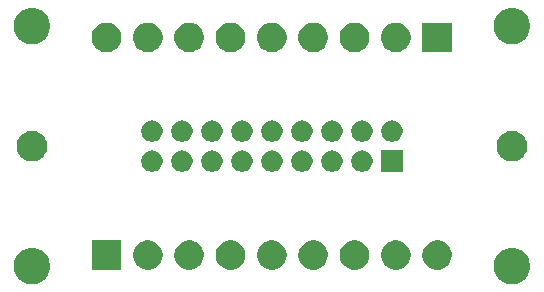
<source format=gbr>
G04 #@! TF.GenerationSoftware,KiCad,Pcbnew,5.1.5+dfsg1-2build2*
G04 #@! TF.CreationDate,2021-09-29T17:25:42-05:00*
G04 #@! TF.ProjectId,C13,4331332e-6b69-4636-9164-5f7063625858,rev?*
G04 #@! TF.SameCoordinates,Original*
G04 #@! TF.FileFunction,Soldermask,Top*
G04 #@! TF.FilePolarity,Negative*
%FSLAX46Y46*%
G04 Gerber Fmt 4.6, Leading zero omitted, Abs format (unit mm)*
G04 Created by KiCad (PCBNEW 5.1.5+dfsg1-2build2) date 2021-09-29 17:25:42*
%MOMM*%
%LPD*%
G04 APERTURE LIST*
%ADD10C,0.100000*%
G04 APERTURE END LIST*
D10*
G36*
X64752585Y-42608802D02*
G01*
X64902410Y-42638604D01*
X65184674Y-42755521D01*
X65438705Y-42925259D01*
X65654741Y-43141295D01*
X65824479Y-43395326D01*
X65889749Y-43552903D01*
X65941396Y-43677591D01*
X66001000Y-43977239D01*
X66001000Y-44282761D01*
X65979485Y-44390925D01*
X65941396Y-44582410D01*
X65824479Y-44864674D01*
X65654741Y-45118705D01*
X65438705Y-45334741D01*
X65184674Y-45504479D01*
X64902410Y-45621396D01*
X64752585Y-45651198D01*
X64602761Y-45681000D01*
X64297239Y-45681000D01*
X64147415Y-45651198D01*
X63997590Y-45621396D01*
X63715326Y-45504479D01*
X63461295Y-45334741D01*
X63245259Y-45118705D01*
X63075521Y-44864674D01*
X62958604Y-44582410D01*
X62920515Y-44390925D01*
X62899000Y-44282761D01*
X62899000Y-43977239D01*
X62958604Y-43677591D01*
X63010251Y-43552903D01*
X63075521Y-43395326D01*
X63245259Y-43141295D01*
X63461295Y-42925259D01*
X63715326Y-42755521D01*
X63997590Y-42638604D01*
X64147415Y-42608802D01*
X64297239Y-42579000D01*
X64602761Y-42579000D01*
X64752585Y-42608802D01*
G37*
G36*
X24112585Y-42608802D02*
G01*
X24262410Y-42638604D01*
X24544674Y-42755521D01*
X24798705Y-42925259D01*
X25014741Y-43141295D01*
X25184479Y-43395326D01*
X25249749Y-43552903D01*
X25301396Y-43677591D01*
X25361000Y-43977239D01*
X25361000Y-44282761D01*
X25339485Y-44390925D01*
X25301396Y-44582410D01*
X25184479Y-44864674D01*
X25014741Y-45118705D01*
X24798705Y-45334741D01*
X24544674Y-45504479D01*
X24262410Y-45621396D01*
X24112585Y-45651198D01*
X23962761Y-45681000D01*
X23657239Y-45681000D01*
X23507415Y-45651198D01*
X23357590Y-45621396D01*
X23075326Y-45504479D01*
X22821295Y-45334741D01*
X22605259Y-45118705D01*
X22435521Y-44864674D01*
X22318604Y-44582410D01*
X22280515Y-44390925D01*
X22259000Y-44282761D01*
X22259000Y-43977239D01*
X22318604Y-43677591D01*
X22370251Y-43552903D01*
X22435521Y-43395326D01*
X22605259Y-43141295D01*
X22821295Y-42925259D01*
X23075326Y-42755521D01*
X23357590Y-42638604D01*
X23507415Y-42608802D01*
X23657239Y-42579000D01*
X23962761Y-42579000D01*
X24112585Y-42608802D01*
G37*
G36*
X54994903Y-41985075D02*
G01*
X55222571Y-42079378D01*
X55427466Y-42216285D01*
X55601715Y-42390534D01*
X55601716Y-42390536D01*
X55738623Y-42595431D01*
X55832925Y-42823097D01*
X55853247Y-42925260D01*
X55881000Y-43064787D01*
X55881000Y-43311213D01*
X55832925Y-43552903D01*
X55738622Y-43780571D01*
X55601715Y-43985466D01*
X55427466Y-44159715D01*
X55222571Y-44296622D01*
X55222570Y-44296623D01*
X55222569Y-44296623D01*
X54994903Y-44390925D01*
X54753214Y-44439000D01*
X54506786Y-44439000D01*
X54265097Y-44390925D01*
X54037431Y-44296623D01*
X54037430Y-44296623D01*
X54037429Y-44296622D01*
X53832534Y-44159715D01*
X53658285Y-43985466D01*
X53521378Y-43780571D01*
X53427075Y-43552903D01*
X53379000Y-43311213D01*
X53379000Y-43064787D01*
X53406754Y-42925260D01*
X53427075Y-42823097D01*
X53521377Y-42595431D01*
X53658284Y-42390536D01*
X53658285Y-42390534D01*
X53832534Y-42216285D01*
X54037429Y-42079378D01*
X54265097Y-41985075D01*
X54506786Y-41937000D01*
X54753214Y-41937000D01*
X54994903Y-41985075D01*
G37*
G36*
X58494903Y-41985075D02*
G01*
X58722571Y-42079378D01*
X58927466Y-42216285D01*
X59101715Y-42390534D01*
X59101716Y-42390536D01*
X59238623Y-42595431D01*
X59332925Y-42823097D01*
X59353247Y-42925260D01*
X59381000Y-43064787D01*
X59381000Y-43311213D01*
X59332925Y-43552903D01*
X59238622Y-43780571D01*
X59101715Y-43985466D01*
X58927466Y-44159715D01*
X58722571Y-44296622D01*
X58722570Y-44296623D01*
X58722569Y-44296623D01*
X58494903Y-44390925D01*
X58253214Y-44439000D01*
X58006786Y-44439000D01*
X57765097Y-44390925D01*
X57537431Y-44296623D01*
X57537430Y-44296623D01*
X57537429Y-44296622D01*
X57332534Y-44159715D01*
X57158285Y-43985466D01*
X57021378Y-43780571D01*
X56927075Y-43552903D01*
X56879000Y-43311213D01*
X56879000Y-43064787D01*
X56906754Y-42925260D01*
X56927075Y-42823097D01*
X57021377Y-42595431D01*
X57158284Y-42390536D01*
X57158285Y-42390534D01*
X57332534Y-42216285D01*
X57537429Y-42079378D01*
X57765097Y-41985075D01*
X58006786Y-41937000D01*
X58253214Y-41937000D01*
X58494903Y-41985075D01*
G37*
G36*
X51494903Y-41985075D02*
G01*
X51722571Y-42079378D01*
X51927466Y-42216285D01*
X52101715Y-42390534D01*
X52101716Y-42390536D01*
X52238623Y-42595431D01*
X52332925Y-42823097D01*
X52353247Y-42925260D01*
X52381000Y-43064787D01*
X52381000Y-43311213D01*
X52332925Y-43552903D01*
X52238622Y-43780571D01*
X52101715Y-43985466D01*
X51927466Y-44159715D01*
X51722571Y-44296622D01*
X51722570Y-44296623D01*
X51722569Y-44296623D01*
X51494903Y-44390925D01*
X51253214Y-44439000D01*
X51006786Y-44439000D01*
X50765097Y-44390925D01*
X50537431Y-44296623D01*
X50537430Y-44296623D01*
X50537429Y-44296622D01*
X50332534Y-44159715D01*
X50158285Y-43985466D01*
X50021378Y-43780571D01*
X49927075Y-43552903D01*
X49879000Y-43311213D01*
X49879000Y-43064787D01*
X49906754Y-42925260D01*
X49927075Y-42823097D01*
X50021377Y-42595431D01*
X50158284Y-42390536D01*
X50158285Y-42390534D01*
X50332534Y-42216285D01*
X50537429Y-42079378D01*
X50765097Y-41985075D01*
X51006786Y-41937000D01*
X51253214Y-41937000D01*
X51494903Y-41985075D01*
G37*
G36*
X44494903Y-41985075D02*
G01*
X44722571Y-42079378D01*
X44927466Y-42216285D01*
X45101715Y-42390534D01*
X45101716Y-42390536D01*
X45238623Y-42595431D01*
X45332925Y-42823097D01*
X45353247Y-42925260D01*
X45381000Y-43064787D01*
X45381000Y-43311213D01*
X45332925Y-43552903D01*
X45238622Y-43780571D01*
X45101715Y-43985466D01*
X44927466Y-44159715D01*
X44722571Y-44296622D01*
X44722570Y-44296623D01*
X44722569Y-44296623D01*
X44494903Y-44390925D01*
X44253214Y-44439000D01*
X44006786Y-44439000D01*
X43765097Y-44390925D01*
X43537431Y-44296623D01*
X43537430Y-44296623D01*
X43537429Y-44296622D01*
X43332534Y-44159715D01*
X43158285Y-43985466D01*
X43021378Y-43780571D01*
X42927075Y-43552903D01*
X42879000Y-43311213D01*
X42879000Y-43064787D01*
X42906754Y-42925260D01*
X42927075Y-42823097D01*
X43021377Y-42595431D01*
X43158284Y-42390536D01*
X43158285Y-42390534D01*
X43332534Y-42216285D01*
X43537429Y-42079378D01*
X43765097Y-41985075D01*
X44006786Y-41937000D01*
X44253214Y-41937000D01*
X44494903Y-41985075D01*
G37*
G36*
X40994903Y-41985075D02*
G01*
X41222571Y-42079378D01*
X41427466Y-42216285D01*
X41601715Y-42390534D01*
X41601716Y-42390536D01*
X41738623Y-42595431D01*
X41832925Y-42823097D01*
X41853247Y-42925260D01*
X41881000Y-43064787D01*
X41881000Y-43311213D01*
X41832925Y-43552903D01*
X41738622Y-43780571D01*
X41601715Y-43985466D01*
X41427466Y-44159715D01*
X41222571Y-44296622D01*
X41222570Y-44296623D01*
X41222569Y-44296623D01*
X40994903Y-44390925D01*
X40753214Y-44439000D01*
X40506786Y-44439000D01*
X40265097Y-44390925D01*
X40037431Y-44296623D01*
X40037430Y-44296623D01*
X40037429Y-44296622D01*
X39832534Y-44159715D01*
X39658285Y-43985466D01*
X39521378Y-43780571D01*
X39427075Y-43552903D01*
X39379000Y-43311213D01*
X39379000Y-43064787D01*
X39406754Y-42925260D01*
X39427075Y-42823097D01*
X39521377Y-42595431D01*
X39658284Y-42390536D01*
X39658285Y-42390534D01*
X39832534Y-42216285D01*
X40037429Y-42079378D01*
X40265097Y-41985075D01*
X40506786Y-41937000D01*
X40753214Y-41937000D01*
X40994903Y-41985075D01*
G37*
G36*
X37494903Y-41985075D02*
G01*
X37722571Y-42079378D01*
X37927466Y-42216285D01*
X38101715Y-42390534D01*
X38101716Y-42390536D01*
X38238623Y-42595431D01*
X38332925Y-42823097D01*
X38353247Y-42925260D01*
X38381000Y-43064787D01*
X38381000Y-43311213D01*
X38332925Y-43552903D01*
X38238622Y-43780571D01*
X38101715Y-43985466D01*
X37927466Y-44159715D01*
X37722571Y-44296622D01*
X37722570Y-44296623D01*
X37722569Y-44296623D01*
X37494903Y-44390925D01*
X37253214Y-44439000D01*
X37006786Y-44439000D01*
X36765097Y-44390925D01*
X36537431Y-44296623D01*
X36537430Y-44296623D01*
X36537429Y-44296622D01*
X36332534Y-44159715D01*
X36158285Y-43985466D01*
X36021378Y-43780571D01*
X35927075Y-43552903D01*
X35879000Y-43311213D01*
X35879000Y-43064787D01*
X35906754Y-42925260D01*
X35927075Y-42823097D01*
X36021377Y-42595431D01*
X36158284Y-42390536D01*
X36158285Y-42390534D01*
X36332534Y-42216285D01*
X36537429Y-42079378D01*
X36765097Y-41985075D01*
X37006786Y-41937000D01*
X37253214Y-41937000D01*
X37494903Y-41985075D01*
G37*
G36*
X31381000Y-44439000D02*
G01*
X28879000Y-44439000D01*
X28879000Y-41937000D01*
X31381000Y-41937000D01*
X31381000Y-44439000D01*
G37*
G36*
X33994903Y-41985075D02*
G01*
X34222571Y-42079378D01*
X34427466Y-42216285D01*
X34601715Y-42390534D01*
X34601716Y-42390536D01*
X34738623Y-42595431D01*
X34832925Y-42823097D01*
X34853247Y-42925260D01*
X34881000Y-43064787D01*
X34881000Y-43311213D01*
X34832925Y-43552903D01*
X34738622Y-43780571D01*
X34601715Y-43985466D01*
X34427466Y-44159715D01*
X34222571Y-44296622D01*
X34222570Y-44296623D01*
X34222569Y-44296623D01*
X33994903Y-44390925D01*
X33753214Y-44439000D01*
X33506786Y-44439000D01*
X33265097Y-44390925D01*
X33037431Y-44296623D01*
X33037430Y-44296623D01*
X33037429Y-44296622D01*
X32832534Y-44159715D01*
X32658285Y-43985466D01*
X32521378Y-43780571D01*
X32427075Y-43552903D01*
X32379000Y-43311213D01*
X32379000Y-43064787D01*
X32406754Y-42925260D01*
X32427075Y-42823097D01*
X32521377Y-42595431D01*
X32658284Y-42390536D01*
X32658285Y-42390534D01*
X32832534Y-42216285D01*
X33037429Y-42079378D01*
X33265097Y-41985075D01*
X33506786Y-41937000D01*
X33753214Y-41937000D01*
X33994903Y-41985075D01*
G37*
G36*
X47994903Y-41985075D02*
G01*
X48222571Y-42079378D01*
X48427466Y-42216285D01*
X48601715Y-42390534D01*
X48601716Y-42390536D01*
X48738623Y-42595431D01*
X48832925Y-42823097D01*
X48853247Y-42925260D01*
X48881000Y-43064787D01*
X48881000Y-43311213D01*
X48832925Y-43552903D01*
X48738622Y-43780571D01*
X48601715Y-43985466D01*
X48427466Y-44159715D01*
X48222571Y-44296622D01*
X48222570Y-44296623D01*
X48222569Y-44296623D01*
X47994903Y-44390925D01*
X47753214Y-44439000D01*
X47506786Y-44439000D01*
X47265097Y-44390925D01*
X47037431Y-44296623D01*
X47037430Y-44296623D01*
X47037429Y-44296622D01*
X46832534Y-44159715D01*
X46658285Y-43985466D01*
X46521378Y-43780571D01*
X46427075Y-43552903D01*
X46379000Y-43311213D01*
X46379000Y-43064787D01*
X46406754Y-42925260D01*
X46427075Y-42823097D01*
X46521377Y-42595431D01*
X46658284Y-42390536D01*
X46658285Y-42390534D01*
X46832534Y-42216285D01*
X47037429Y-42079378D01*
X47265097Y-41985075D01*
X47506786Y-41937000D01*
X47753214Y-41937000D01*
X47994903Y-41985075D01*
G37*
G36*
X34083512Y-34343927D02*
G01*
X34232812Y-34373624D01*
X34396784Y-34441544D01*
X34544354Y-34540147D01*
X34669853Y-34665646D01*
X34768456Y-34813216D01*
X34836376Y-34977188D01*
X34871000Y-35151259D01*
X34871000Y-35328741D01*
X34836376Y-35502812D01*
X34768456Y-35666784D01*
X34669853Y-35814354D01*
X34544354Y-35939853D01*
X34396784Y-36038456D01*
X34232812Y-36106376D01*
X34083512Y-36136073D01*
X34058742Y-36141000D01*
X33881258Y-36141000D01*
X33856488Y-36136073D01*
X33707188Y-36106376D01*
X33543216Y-36038456D01*
X33395646Y-35939853D01*
X33270147Y-35814354D01*
X33171544Y-35666784D01*
X33103624Y-35502812D01*
X33069000Y-35328741D01*
X33069000Y-35151259D01*
X33103624Y-34977188D01*
X33171544Y-34813216D01*
X33270147Y-34665646D01*
X33395646Y-34540147D01*
X33543216Y-34441544D01*
X33707188Y-34373624D01*
X33856488Y-34343927D01*
X33881258Y-34339000D01*
X34058742Y-34339000D01*
X34083512Y-34343927D01*
G37*
G36*
X55191000Y-36141000D02*
G01*
X53389000Y-36141000D01*
X53389000Y-34339000D01*
X55191000Y-34339000D01*
X55191000Y-36141000D01*
G37*
G36*
X51863512Y-34343927D02*
G01*
X52012812Y-34373624D01*
X52176784Y-34441544D01*
X52324354Y-34540147D01*
X52449853Y-34665646D01*
X52548456Y-34813216D01*
X52616376Y-34977188D01*
X52651000Y-35151259D01*
X52651000Y-35328741D01*
X52616376Y-35502812D01*
X52548456Y-35666784D01*
X52449853Y-35814354D01*
X52324354Y-35939853D01*
X52176784Y-36038456D01*
X52012812Y-36106376D01*
X51863512Y-36136073D01*
X51838742Y-36141000D01*
X51661258Y-36141000D01*
X51636488Y-36136073D01*
X51487188Y-36106376D01*
X51323216Y-36038456D01*
X51175646Y-35939853D01*
X51050147Y-35814354D01*
X50951544Y-35666784D01*
X50883624Y-35502812D01*
X50849000Y-35328741D01*
X50849000Y-35151259D01*
X50883624Y-34977188D01*
X50951544Y-34813216D01*
X51050147Y-34665646D01*
X51175646Y-34540147D01*
X51323216Y-34441544D01*
X51487188Y-34373624D01*
X51636488Y-34343927D01*
X51661258Y-34339000D01*
X51838742Y-34339000D01*
X51863512Y-34343927D01*
G37*
G36*
X49323512Y-34343927D02*
G01*
X49472812Y-34373624D01*
X49636784Y-34441544D01*
X49784354Y-34540147D01*
X49909853Y-34665646D01*
X50008456Y-34813216D01*
X50076376Y-34977188D01*
X50111000Y-35151259D01*
X50111000Y-35328741D01*
X50076376Y-35502812D01*
X50008456Y-35666784D01*
X49909853Y-35814354D01*
X49784354Y-35939853D01*
X49636784Y-36038456D01*
X49472812Y-36106376D01*
X49323512Y-36136073D01*
X49298742Y-36141000D01*
X49121258Y-36141000D01*
X49096488Y-36136073D01*
X48947188Y-36106376D01*
X48783216Y-36038456D01*
X48635646Y-35939853D01*
X48510147Y-35814354D01*
X48411544Y-35666784D01*
X48343624Y-35502812D01*
X48309000Y-35328741D01*
X48309000Y-35151259D01*
X48343624Y-34977188D01*
X48411544Y-34813216D01*
X48510147Y-34665646D01*
X48635646Y-34540147D01*
X48783216Y-34441544D01*
X48947188Y-34373624D01*
X49096488Y-34343927D01*
X49121258Y-34339000D01*
X49298742Y-34339000D01*
X49323512Y-34343927D01*
G37*
G36*
X46783512Y-34343927D02*
G01*
X46932812Y-34373624D01*
X47096784Y-34441544D01*
X47244354Y-34540147D01*
X47369853Y-34665646D01*
X47468456Y-34813216D01*
X47536376Y-34977188D01*
X47571000Y-35151259D01*
X47571000Y-35328741D01*
X47536376Y-35502812D01*
X47468456Y-35666784D01*
X47369853Y-35814354D01*
X47244354Y-35939853D01*
X47096784Y-36038456D01*
X46932812Y-36106376D01*
X46783512Y-36136073D01*
X46758742Y-36141000D01*
X46581258Y-36141000D01*
X46556488Y-36136073D01*
X46407188Y-36106376D01*
X46243216Y-36038456D01*
X46095646Y-35939853D01*
X45970147Y-35814354D01*
X45871544Y-35666784D01*
X45803624Y-35502812D01*
X45769000Y-35328741D01*
X45769000Y-35151259D01*
X45803624Y-34977188D01*
X45871544Y-34813216D01*
X45970147Y-34665646D01*
X46095646Y-34540147D01*
X46243216Y-34441544D01*
X46407188Y-34373624D01*
X46556488Y-34343927D01*
X46581258Y-34339000D01*
X46758742Y-34339000D01*
X46783512Y-34343927D01*
G37*
G36*
X44243512Y-34343927D02*
G01*
X44392812Y-34373624D01*
X44556784Y-34441544D01*
X44704354Y-34540147D01*
X44829853Y-34665646D01*
X44928456Y-34813216D01*
X44996376Y-34977188D01*
X45031000Y-35151259D01*
X45031000Y-35328741D01*
X44996376Y-35502812D01*
X44928456Y-35666784D01*
X44829853Y-35814354D01*
X44704354Y-35939853D01*
X44556784Y-36038456D01*
X44392812Y-36106376D01*
X44243512Y-36136073D01*
X44218742Y-36141000D01*
X44041258Y-36141000D01*
X44016488Y-36136073D01*
X43867188Y-36106376D01*
X43703216Y-36038456D01*
X43555646Y-35939853D01*
X43430147Y-35814354D01*
X43331544Y-35666784D01*
X43263624Y-35502812D01*
X43229000Y-35328741D01*
X43229000Y-35151259D01*
X43263624Y-34977188D01*
X43331544Y-34813216D01*
X43430147Y-34665646D01*
X43555646Y-34540147D01*
X43703216Y-34441544D01*
X43867188Y-34373624D01*
X44016488Y-34343927D01*
X44041258Y-34339000D01*
X44218742Y-34339000D01*
X44243512Y-34343927D01*
G37*
G36*
X41703512Y-34343927D02*
G01*
X41852812Y-34373624D01*
X42016784Y-34441544D01*
X42164354Y-34540147D01*
X42289853Y-34665646D01*
X42388456Y-34813216D01*
X42456376Y-34977188D01*
X42491000Y-35151259D01*
X42491000Y-35328741D01*
X42456376Y-35502812D01*
X42388456Y-35666784D01*
X42289853Y-35814354D01*
X42164354Y-35939853D01*
X42016784Y-36038456D01*
X41852812Y-36106376D01*
X41703512Y-36136073D01*
X41678742Y-36141000D01*
X41501258Y-36141000D01*
X41476488Y-36136073D01*
X41327188Y-36106376D01*
X41163216Y-36038456D01*
X41015646Y-35939853D01*
X40890147Y-35814354D01*
X40791544Y-35666784D01*
X40723624Y-35502812D01*
X40689000Y-35328741D01*
X40689000Y-35151259D01*
X40723624Y-34977188D01*
X40791544Y-34813216D01*
X40890147Y-34665646D01*
X41015646Y-34540147D01*
X41163216Y-34441544D01*
X41327188Y-34373624D01*
X41476488Y-34343927D01*
X41501258Y-34339000D01*
X41678742Y-34339000D01*
X41703512Y-34343927D01*
G37*
G36*
X39163512Y-34343927D02*
G01*
X39312812Y-34373624D01*
X39476784Y-34441544D01*
X39624354Y-34540147D01*
X39749853Y-34665646D01*
X39848456Y-34813216D01*
X39916376Y-34977188D01*
X39951000Y-35151259D01*
X39951000Y-35328741D01*
X39916376Y-35502812D01*
X39848456Y-35666784D01*
X39749853Y-35814354D01*
X39624354Y-35939853D01*
X39476784Y-36038456D01*
X39312812Y-36106376D01*
X39163512Y-36136073D01*
X39138742Y-36141000D01*
X38961258Y-36141000D01*
X38936488Y-36136073D01*
X38787188Y-36106376D01*
X38623216Y-36038456D01*
X38475646Y-35939853D01*
X38350147Y-35814354D01*
X38251544Y-35666784D01*
X38183624Y-35502812D01*
X38149000Y-35328741D01*
X38149000Y-35151259D01*
X38183624Y-34977188D01*
X38251544Y-34813216D01*
X38350147Y-34665646D01*
X38475646Y-34540147D01*
X38623216Y-34441544D01*
X38787188Y-34373624D01*
X38936488Y-34343927D01*
X38961258Y-34339000D01*
X39138742Y-34339000D01*
X39163512Y-34343927D01*
G37*
G36*
X36623512Y-34343927D02*
G01*
X36772812Y-34373624D01*
X36936784Y-34441544D01*
X37084354Y-34540147D01*
X37209853Y-34665646D01*
X37308456Y-34813216D01*
X37376376Y-34977188D01*
X37411000Y-35151259D01*
X37411000Y-35328741D01*
X37376376Y-35502812D01*
X37308456Y-35666784D01*
X37209853Y-35814354D01*
X37084354Y-35939853D01*
X36936784Y-36038456D01*
X36772812Y-36106376D01*
X36623512Y-36136073D01*
X36598742Y-36141000D01*
X36421258Y-36141000D01*
X36396488Y-36136073D01*
X36247188Y-36106376D01*
X36083216Y-36038456D01*
X35935646Y-35939853D01*
X35810147Y-35814354D01*
X35711544Y-35666784D01*
X35643624Y-35502812D01*
X35609000Y-35328741D01*
X35609000Y-35151259D01*
X35643624Y-34977188D01*
X35711544Y-34813216D01*
X35810147Y-34665646D01*
X35935646Y-34540147D01*
X36083216Y-34441544D01*
X36247188Y-34373624D01*
X36396488Y-34343927D01*
X36421258Y-34339000D01*
X36598742Y-34339000D01*
X36623512Y-34343927D01*
G37*
G36*
X64829393Y-32719304D02*
G01*
X65066101Y-32817352D01*
X65066103Y-32817353D01*
X65279135Y-32959696D01*
X65460304Y-33140865D01*
X65549498Y-33274354D01*
X65602648Y-33353899D01*
X65700696Y-33590607D01*
X65750680Y-33841893D01*
X65750680Y-34098107D01*
X65700696Y-34349393D01*
X65621683Y-34540147D01*
X65602647Y-34586103D01*
X65460304Y-34799135D01*
X65279135Y-34980304D01*
X65066103Y-35122647D01*
X65066102Y-35122648D01*
X65066101Y-35122648D01*
X64829393Y-35220696D01*
X64578107Y-35270680D01*
X64321893Y-35270680D01*
X64070607Y-35220696D01*
X63833899Y-35122648D01*
X63833898Y-35122648D01*
X63833897Y-35122647D01*
X63620865Y-34980304D01*
X63439696Y-34799135D01*
X63297353Y-34586103D01*
X63278317Y-34540147D01*
X63199304Y-34349393D01*
X63149320Y-34098107D01*
X63149320Y-33841893D01*
X63199304Y-33590607D01*
X63297352Y-33353899D01*
X63350502Y-33274354D01*
X63439696Y-33140865D01*
X63620865Y-32959696D01*
X63833897Y-32817353D01*
X63833899Y-32817352D01*
X64070607Y-32719304D01*
X64321893Y-32669320D01*
X64578107Y-32669320D01*
X64829393Y-32719304D01*
G37*
G36*
X24189393Y-32719304D02*
G01*
X24426101Y-32817352D01*
X24426103Y-32817353D01*
X24639135Y-32959696D01*
X24820304Y-33140865D01*
X24909498Y-33274354D01*
X24962648Y-33353899D01*
X25060696Y-33590607D01*
X25110680Y-33841893D01*
X25110680Y-34098107D01*
X25060696Y-34349393D01*
X24981683Y-34540147D01*
X24962647Y-34586103D01*
X24820304Y-34799135D01*
X24639135Y-34980304D01*
X24426103Y-35122647D01*
X24426102Y-35122648D01*
X24426101Y-35122648D01*
X24189393Y-35220696D01*
X23938107Y-35270680D01*
X23681893Y-35270680D01*
X23430607Y-35220696D01*
X23193899Y-35122648D01*
X23193898Y-35122648D01*
X23193897Y-35122647D01*
X22980865Y-34980304D01*
X22799696Y-34799135D01*
X22657353Y-34586103D01*
X22638317Y-34540147D01*
X22559304Y-34349393D01*
X22509320Y-34098107D01*
X22509320Y-33841893D01*
X22559304Y-33590607D01*
X22657352Y-33353899D01*
X22710502Y-33274354D01*
X22799696Y-33140865D01*
X22980865Y-32959696D01*
X23193897Y-32817353D01*
X23193899Y-32817352D01*
X23430607Y-32719304D01*
X23681893Y-32669320D01*
X23938107Y-32669320D01*
X24189393Y-32719304D01*
G37*
G36*
X34083512Y-31803927D02*
G01*
X34232812Y-31833624D01*
X34396784Y-31901544D01*
X34544354Y-32000147D01*
X34669853Y-32125646D01*
X34768456Y-32273216D01*
X34836376Y-32437188D01*
X34871000Y-32611259D01*
X34871000Y-32788741D01*
X34836376Y-32962812D01*
X34768456Y-33126784D01*
X34669853Y-33274354D01*
X34544354Y-33399853D01*
X34396784Y-33498456D01*
X34232812Y-33566376D01*
X34083512Y-33596073D01*
X34058742Y-33601000D01*
X33881258Y-33601000D01*
X33856488Y-33596073D01*
X33707188Y-33566376D01*
X33543216Y-33498456D01*
X33395646Y-33399853D01*
X33270147Y-33274354D01*
X33171544Y-33126784D01*
X33103624Y-32962812D01*
X33069000Y-32788741D01*
X33069000Y-32611259D01*
X33103624Y-32437188D01*
X33171544Y-32273216D01*
X33270147Y-32125646D01*
X33395646Y-32000147D01*
X33543216Y-31901544D01*
X33707188Y-31833624D01*
X33856488Y-31803927D01*
X33881258Y-31799000D01*
X34058742Y-31799000D01*
X34083512Y-31803927D01*
G37*
G36*
X54403512Y-31803927D02*
G01*
X54552812Y-31833624D01*
X54716784Y-31901544D01*
X54864354Y-32000147D01*
X54989853Y-32125646D01*
X55088456Y-32273216D01*
X55156376Y-32437188D01*
X55191000Y-32611259D01*
X55191000Y-32788741D01*
X55156376Y-32962812D01*
X55088456Y-33126784D01*
X54989853Y-33274354D01*
X54864354Y-33399853D01*
X54716784Y-33498456D01*
X54552812Y-33566376D01*
X54403512Y-33596073D01*
X54378742Y-33601000D01*
X54201258Y-33601000D01*
X54176488Y-33596073D01*
X54027188Y-33566376D01*
X53863216Y-33498456D01*
X53715646Y-33399853D01*
X53590147Y-33274354D01*
X53491544Y-33126784D01*
X53423624Y-32962812D01*
X53389000Y-32788741D01*
X53389000Y-32611259D01*
X53423624Y-32437188D01*
X53491544Y-32273216D01*
X53590147Y-32125646D01*
X53715646Y-32000147D01*
X53863216Y-31901544D01*
X54027188Y-31833624D01*
X54176488Y-31803927D01*
X54201258Y-31799000D01*
X54378742Y-31799000D01*
X54403512Y-31803927D01*
G37*
G36*
X36623512Y-31803927D02*
G01*
X36772812Y-31833624D01*
X36936784Y-31901544D01*
X37084354Y-32000147D01*
X37209853Y-32125646D01*
X37308456Y-32273216D01*
X37376376Y-32437188D01*
X37411000Y-32611259D01*
X37411000Y-32788741D01*
X37376376Y-32962812D01*
X37308456Y-33126784D01*
X37209853Y-33274354D01*
X37084354Y-33399853D01*
X36936784Y-33498456D01*
X36772812Y-33566376D01*
X36623512Y-33596073D01*
X36598742Y-33601000D01*
X36421258Y-33601000D01*
X36396488Y-33596073D01*
X36247188Y-33566376D01*
X36083216Y-33498456D01*
X35935646Y-33399853D01*
X35810147Y-33274354D01*
X35711544Y-33126784D01*
X35643624Y-32962812D01*
X35609000Y-32788741D01*
X35609000Y-32611259D01*
X35643624Y-32437188D01*
X35711544Y-32273216D01*
X35810147Y-32125646D01*
X35935646Y-32000147D01*
X36083216Y-31901544D01*
X36247188Y-31833624D01*
X36396488Y-31803927D01*
X36421258Y-31799000D01*
X36598742Y-31799000D01*
X36623512Y-31803927D01*
G37*
G36*
X39163512Y-31803927D02*
G01*
X39312812Y-31833624D01*
X39476784Y-31901544D01*
X39624354Y-32000147D01*
X39749853Y-32125646D01*
X39848456Y-32273216D01*
X39916376Y-32437188D01*
X39951000Y-32611259D01*
X39951000Y-32788741D01*
X39916376Y-32962812D01*
X39848456Y-33126784D01*
X39749853Y-33274354D01*
X39624354Y-33399853D01*
X39476784Y-33498456D01*
X39312812Y-33566376D01*
X39163512Y-33596073D01*
X39138742Y-33601000D01*
X38961258Y-33601000D01*
X38936488Y-33596073D01*
X38787188Y-33566376D01*
X38623216Y-33498456D01*
X38475646Y-33399853D01*
X38350147Y-33274354D01*
X38251544Y-33126784D01*
X38183624Y-32962812D01*
X38149000Y-32788741D01*
X38149000Y-32611259D01*
X38183624Y-32437188D01*
X38251544Y-32273216D01*
X38350147Y-32125646D01*
X38475646Y-32000147D01*
X38623216Y-31901544D01*
X38787188Y-31833624D01*
X38936488Y-31803927D01*
X38961258Y-31799000D01*
X39138742Y-31799000D01*
X39163512Y-31803927D01*
G37*
G36*
X41703512Y-31803927D02*
G01*
X41852812Y-31833624D01*
X42016784Y-31901544D01*
X42164354Y-32000147D01*
X42289853Y-32125646D01*
X42388456Y-32273216D01*
X42456376Y-32437188D01*
X42491000Y-32611259D01*
X42491000Y-32788741D01*
X42456376Y-32962812D01*
X42388456Y-33126784D01*
X42289853Y-33274354D01*
X42164354Y-33399853D01*
X42016784Y-33498456D01*
X41852812Y-33566376D01*
X41703512Y-33596073D01*
X41678742Y-33601000D01*
X41501258Y-33601000D01*
X41476488Y-33596073D01*
X41327188Y-33566376D01*
X41163216Y-33498456D01*
X41015646Y-33399853D01*
X40890147Y-33274354D01*
X40791544Y-33126784D01*
X40723624Y-32962812D01*
X40689000Y-32788741D01*
X40689000Y-32611259D01*
X40723624Y-32437188D01*
X40791544Y-32273216D01*
X40890147Y-32125646D01*
X41015646Y-32000147D01*
X41163216Y-31901544D01*
X41327188Y-31833624D01*
X41476488Y-31803927D01*
X41501258Y-31799000D01*
X41678742Y-31799000D01*
X41703512Y-31803927D01*
G37*
G36*
X51863512Y-31803927D02*
G01*
X52012812Y-31833624D01*
X52176784Y-31901544D01*
X52324354Y-32000147D01*
X52449853Y-32125646D01*
X52548456Y-32273216D01*
X52616376Y-32437188D01*
X52651000Y-32611259D01*
X52651000Y-32788741D01*
X52616376Y-32962812D01*
X52548456Y-33126784D01*
X52449853Y-33274354D01*
X52324354Y-33399853D01*
X52176784Y-33498456D01*
X52012812Y-33566376D01*
X51863512Y-33596073D01*
X51838742Y-33601000D01*
X51661258Y-33601000D01*
X51636488Y-33596073D01*
X51487188Y-33566376D01*
X51323216Y-33498456D01*
X51175646Y-33399853D01*
X51050147Y-33274354D01*
X50951544Y-33126784D01*
X50883624Y-32962812D01*
X50849000Y-32788741D01*
X50849000Y-32611259D01*
X50883624Y-32437188D01*
X50951544Y-32273216D01*
X51050147Y-32125646D01*
X51175646Y-32000147D01*
X51323216Y-31901544D01*
X51487188Y-31833624D01*
X51636488Y-31803927D01*
X51661258Y-31799000D01*
X51838742Y-31799000D01*
X51863512Y-31803927D01*
G37*
G36*
X44243512Y-31803927D02*
G01*
X44392812Y-31833624D01*
X44556784Y-31901544D01*
X44704354Y-32000147D01*
X44829853Y-32125646D01*
X44928456Y-32273216D01*
X44996376Y-32437188D01*
X45031000Y-32611259D01*
X45031000Y-32788741D01*
X44996376Y-32962812D01*
X44928456Y-33126784D01*
X44829853Y-33274354D01*
X44704354Y-33399853D01*
X44556784Y-33498456D01*
X44392812Y-33566376D01*
X44243512Y-33596073D01*
X44218742Y-33601000D01*
X44041258Y-33601000D01*
X44016488Y-33596073D01*
X43867188Y-33566376D01*
X43703216Y-33498456D01*
X43555646Y-33399853D01*
X43430147Y-33274354D01*
X43331544Y-33126784D01*
X43263624Y-32962812D01*
X43229000Y-32788741D01*
X43229000Y-32611259D01*
X43263624Y-32437188D01*
X43331544Y-32273216D01*
X43430147Y-32125646D01*
X43555646Y-32000147D01*
X43703216Y-31901544D01*
X43867188Y-31833624D01*
X44016488Y-31803927D01*
X44041258Y-31799000D01*
X44218742Y-31799000D01*
X44243512Y-31803927D01*
G37*
G36*
X49323512Y-31803927D02*
G01*
X49472812Y-31833624D01*
X49636784Y-31901544D01*
X49784354Y-32000147D01*
X49909853Y-32125646D01*
X50008456Y-32273216D01*
X50076376Y-32437188D01*
X50111000Y-32611259D01*
X50111000Y-32788741D01*
X50076376Y-32962812D01*
X50008456Y-33126784D01*
X49909853Y-33274354D01*
X49784354Y-33399853D01*
X49636784Y-33498456D01*
X49472812Y-33566376D01*
X49323512Y-33596073D01*
X49298742Y-33601000D01*
X49121258Y-33601000D01*
X49096488Y-33596073D01*
X48947188Y-33566376D01*
X48783216Y-33498456D01*
X48635646Y-33399853D01*
X48510147Y-33274354D01*
X48411544Y-33126784D01*
X48343624Y-32962812D01*
X48309000Y-32788741D01*
X48309000Y-32611259D01*
X48343624Y-32437188D01*
X48411544Y-32273216D01*
X48510147Y-32125646D01*
X48635646Y-32000147D01*
X48783216Y-31901544D01*
X48947188Y-31833624D01*
X49096488Y-31803927D01*
X49121258Y-31799000D01*
X49298742Y-31799000D01*
X49323512Y-31803927D01*
G37*
G36*
X46783512Y-31803927D02*
G01*
X46932812Y-31833624D01*
X47096784Y-31901544D01*
X47244354Y-32000147D01*
X47369853Y-32125646D01*
X47468456Y-32273216D01*
X47536376Y-32437188D01*
X47571000Y-32611259D01*
X47571000Y-32788741D01*
X47536376Y-32962812D01*
X47468456Y-33126784D01*
X47369853Y-33274354D01*
X47244354Y-33399853D01*
X47096784Y-33498456D01*
X46932812Y-33566376D01*
X46783512Y-33596073D01*
X46758742Y-33601000D01*
X46581258Y-33601000D01*
X46556488Y-33596073D01*
X46407188Y-33566376D01*
X46243216Y-33498456D01*
X46095646Y-33399853D01*
X45970147Y-33274354D01*
X45871544Y-33126784D01*
X45803624Y-32962812D01*
X45769000Y-32788741D01*
X45769000Y-32611259D01*
X45803624Y-32437188D01*
X45871544Y-32273216D01*
X45970147Y-32125646D01*
X46095646Y-32000147D01*
X46243216Y-31901544D01*
X46407188Y-31833624D01*
X46556488Y-31803927D01*
X46581258Y-31799000D01*
X46758742Y-31799000D01*
X46783512Y-31803927D01*
G37*
G36*
X30494903Y-23554075D02*
G01*
X30722571Y-23648378D01*
X30927466Y-23785285D01*
X31101715Y-23959534D01*
X31238622Y-24164429D01*
X31332925Y-24392097D01*
X31381000Y-24633787D01*
X31381000Y-24880213D01*
X31332925Y-25121903D01*
X31238622Y-25349571D01*
X31101715Y-25554466D01*
X30927466Y-25728715D01*
X30722571Y-25865622D01*
X30722570Y-25865623D01*
X30722569Y-25865623D01*
X30494903Y-25959925D01*
X30253214Y-26008000D01*
X30006786Y-26008000D01*
X29765097Y-25959925D01*
X29537431Y-25865623D01*
X29537430Y-25865623D01*
X29537429Y-25865622D01*
X29332534Y-25728715D01*
X29158285Y-25554466D01*
X29021378Y-25349571D01*
X28927075Y-25121903D01*
X28879000Y-24880213D01*
X28879000Y-24633787D01*
X28927075Y-24392097D01*
X29021378Y-24164429D01*
X29158285Y-23959534D01*
X29332534Y-23785285D01*
X29537429Y-23648378D01*
X29765097Y-23554075D01*
X30006786Y-23506000D01*
X30253214Y-23506000D01*
X30494903Y-23554075D01*
G37*
G36*
X33994903Y-23554075D02*
G01*
X34222571Y-23648378D01*
X34427466Y-23785285D01*
X34601715Y-23959534D01*
X34738622Y-24164429D01*
X34832925Y-24392097D01*
X34881000Y-24633787D01*
X34881000Y-24880213D01*
X34832925Y-25121903D01*
X34738622Y-25349571D01*
X34601715Y-25554466D01*
X34427466Y-25728715D01*
X34222571Y-25865622D01*
X34222570Y-25865623D01*
X34222569Y-25865623D01*
X33994903Y-25959925D01*
X33753214Y-26008000D01*
X33506786Y-26008000D01*
X33265097Y-25959925D01*
X33037431Y-25865623D01*
X33037430Y-25865623D01*
X33037429Y-25865622D01*
X32832534Y-25728715D01*
X32658285Y-25554466D01*
X32521378Y-25349571D01*
X32427075Y-25121903D01*
X32379000Y-24880213D01*
X32379000Y-24633787D01*
X32427075Y-24392097D01*
X32521378Y-24164429D01*
X32658285Y-23959534D01*
X32832534Y-23785285D01*
X33037429Y-23648378D01*
X33265097Y-23554075D01*
X33506786Y-23506000D01*
X33753214Y-23506000D01*
X33994903Y-23554075D01*
G37*
G36*
X37494903Y-23554075D02*
G01*
X37722571Y-23648378D01*
X37927466Y-23785285D01*
X38101715Y-23959534D01*
X38238622Y-24164429D01*
X38332925Y-24392097D01*
X38381000Y-24633787D01*
X38381000Y-24880213D01*
X38332925Y-25121903D01*
X38238622Y-25349571D01*
X38101715Y-25554466D01*
X37927466Y-25728715D01*
X37722571Y-25865622D01*
X37722570Y-25865623D01*
X37722569Y-25865623D01*
X37494903Y-25959925D01*
X37253214Y-26008000D01*
X37006786Y-26008000D01*
X36765097Y-25959925D01*
X36537431Y-25865623D01*
X36537430Y-25865623D01*
X36537429Y-25865622D01*
X36332534Y-25728715D01*
X36158285Y-25554466D01*
X36021378Y-25349571D01*
X35927075Y-25121903D01*
X35879000Y-24880213D01*
X35879000Y-24633787D01*
X35927075Y-24392097D01*
X36021378Y-24164429D01*
X36158285Y-23959534D01*
X36332534Y-23785285D01*
X36537429Y-23648378D01*
X36765097Y-23554075D01*
X37006786Y-23506000D01*
X37253214Y-23506000D01*
X37494903Y-23554075D01*
G37*
G36*
X40994903Y-23554075D02*
G01*
X41222571Y-23648378D01*
X41427466Y-23785285D01*
X41601715Y-23959534D01*
X41738622Y-24164429D01*
X41832925Y-24392097D01*
X41881000Y-24633787D01*
X41881000Y-24880213D01*
X41832925Y-25121903D01*
X41738622Y-25349571D01*
X41601715Y-25554466D01*
X41427466Y-25728715D01*
X41222571Y-25865622D01*
X41222570Y-25865623D01*
X41222569Y-25865623D01*
X40994903Y-25959925D01*
X40753214Y-26008000D01*
X40506786Y-26008000D01*
X40265097Y-25959925D01*
X40037431Y-25865623D01*
X40037430Y-25865623D01*
X40037429Y-25865622D01*
X39832534Y-25728715D01*
X39658285Y-25554466D01*
X39521378Y-25349571D01*
X39427075Y-25121903D01*
X39379000Y-24880213D01*
X39379000Y-24633787D01*
X39427075Y-24392097D01*
X39521378Y-24164429D01*
X39658285Y-23959534D01*
X39832534Y-23785285D01*
X40037429Y-23648378D01*
X40265097Y-23554075D01*
X40506786Y-23506000D01*
X40753214Y-23506000D01*
X40994903Y-23554075D01*
G37*
G36*
X44494903Y-23554075D02*
G01*
X44722571Y-23648378D01*
X44927466Y-23785285D01*
X45101715Y-23959534D01*
X45238622Y-24164429D01*
X45332925Y-24392097D01*
X45381000Y-24633787D01*
X45381000Y-24880213D01*
X45332925Y-25121903D01*
X45238622Y-25349571D01*
X45101715Y-25554466D01*
X44927466Y-25728715D01*
X44722571Y-25865622D01*
X44722570Y-25865623D01*
X44722569Y-25865623D01*
X44494903Y-25959925D01*
X44253214Y-26008000D01*
X44006786Y-26008000D01*
X43765097Y-25959925D01*
X43537431Y-25865623D01*
X43537430Y-25865623D01*
X43537429Y-25865622D01*
X43332534Y-25728715D01*
X43158285Y-25554466D01*
X43021378Y-25349571D01*
X42927075Y-25121903D01*
X42879000Y-24880213D01*
X42879000Y-24633787D01*
X42927075Y-24392097D01*
X43021378Y-24164429D01*
X43158285Y-23959534D01*
X43332534Y-23785285D01*
X43537429Y-23648378D01*
X43765097Y-23554075D01*
X44006786Y-23506000D01*
X44253214Y-23506000D01*
X44494903Y-23554075D01*
G37*
G36*
X47994903Y-23554075D02*
G01*
X48222571Y-23648378D01*
X48427466Y-23785285D01*
X48601715Y-23959534D01*
X48738622Y-24164429D01*
X48832925Y-24392097D01*
X48881000Y-24633787D01*
X48881000Y-24880213D01*
X48832925Y-25121903D01*
X48738622Y-25349571D01*
X48601715Y-25554466D01*
X48427466Y-25728715D01*
X48222571Y-25865622D01*
X48222570Y-25865623D01*
X48222569Y-25865623D01*
X47994903Y-25959925D01*
X47753214Y-26008000D01*
X47506786Y-26008000D01*
X47265097Y-25959925D01*
X47037431Y-25865623D01*
X47037430Y-25865623D01*
X47037429Y-25865622D01*
X46832534Y-25728715D01*
X46658285Y-25554466D01*
X46521378Y-25349571D01*
X46427075Y-25121903D01*
X46379000Y-24880213D01*
X46379000Y-24633787D01*
X46427075Y-24392097D01*
X46521378Y-24164429D01*
X46658285Y-23959534D01*
X46832534Y-23785285D01*
X47037429Y-23648378D01*
X47265097Y-23554075D01*
X47506786Y-23506000D01*
X47753214Y-23506000D01*
X47994903Y-23554075D01*
G37*
G36*
X51494903Y-23554075D02*
G01*
X51722571Y-23648378D01*
X51927466Y-23785285D01*
X52101715Y-23959534D01*
X52238622Y-24164429D01*
X52332925Y-24392097D01*
X52381000Y-24633787D01*
X52381000Y-24880213D01*
X52332925Y-25121903D01*
X52238622Y-25349571D01*
X52101715Y-25554466D01*
X51927466Y-25728715D01*
X51722571Y-25865622D01*
X51722570Y-25865623D01*
X51722569Y-25865623D01*
X51494903Y-25959925D01*
X51253214Y-26008000D01*
X51006786Y-26008000D01*
X50765097Y-25959925D01*
X50537431Y-25865623D01*
X50537430Y-25865623D01*
X50537429Y-25865622D01*
X50332534Y-25728715D01*
X50158285Y-25554466D01*
X50021378Y-25349571D01*
X49927075Y-25121903D01*
X49879000Y-24880213D01*
X49879000Y-24633787D01*
X49927075Y-24392097D01*
X50021378Y-24164429D01*
X50158285Y-23959534D01*
X50332534Y-23785285D01*
X50537429Y-23648378D01*
X50765097Y-23554075D01*
X51006786Y-23506000D01*
X51253214Y-23506000D01*
X51494903Y-23554075D01*
G37*
G36*
X59381000Y-26008000D02*
G01*
X56879000Y-26008000D01*
X56879000Y-23506000D01*
X59381000Y-23506000D01*
X59381000Y-26008000D01*
G37*
G36*
X54994903Y-23554075D02*
G01*
X55222571Y-23648378D01*
X55427466Y-23785285D01*
X55601715Y-23959534D01*
X55738622Y-24164429D01*
X55832925Y-24392097D01*
X55881000Y-24633787D01*
X55881000Y-24880213D01*
X55832925Y-25121903D01*
X55738622Y-25349571D01*
X55601715Y-25554466D01*
X55427466Y-25728715D01*
X55222571Y-25865622D01*
X55222570Y-25865623D01*
X55222569Y-25865623D01*
X54994903Y-25959925D01*
X54753214Y-26008000D01*
X54506786Y-26008000D01*
X54265097Y-25959925D01*
X54037431Y-25865623D01*
X54037430Y-25865623D01*
X54037429Y-25865622D01*
X53832534Y-25728715D01*
X53658285Y-25554466D01*
X53521378Y-25349571D01*
X53427075Y-25121903D01*
X53379000Y-24880213D01*
X53379000Y-24633787D01*
X53427075Y-24392097D01*
X53521378Y-24164429D01*
X53658285Y-23959534D01*
X53832534Y-23785285D01*
X54037429Y-23648378D01*
X54265097Y-23554075D01*
X54506786Y-23506000D01*
X54753214Y-23506000D01*
X54994903Y-23554075D01*
G37*
G36*
X64752585Y-22288802D02*
G01*
X64902410Y-22318604D01*
X65184674Y-22435521D01*
X65438705Y-22605259D01*
X65654741Y-22821295D01*
X65824479Y-23075326D01*
X65941396Y-23357590D01*
X66001000Y-23657240D01*
X66001000Y-23962760D01*
X65941396Y-24262410D01*
X65824479Y-24544674D01*
X65654741Y-24798705D01*
X65438705Y-25014741D01*
X65184674Y-25184479D01*
X64902410Y-25301396D01*
X64752585Y-25331198D01*
X64602761Y-25361000D01*
X64297239Y-25361000D01*
X64147415Y-25331198D01*
X63997590Y-25301396D01*
X63715326Y-25184479D01*
X63461295Y-25014741D01*
X63245259Y-24798705D01*
X63075521Y-24544674D01*
X62958604Y-24262410D01*
X62899000Y-23962760D01*
X62899000Y-23657240D01*
X62958604Y-23357590D01*
X63075521Y-23075326D01*
X63245259Y-22821295D01*
X63461295Y-22605259D01*
X63715326Y-22435521D01*
X63997590Y-22318604D01*
X64147415Y-22288802D01*
X64297239Y-22259000D01*
X64602761Y-22259000D01*
X64752585Y-22288802D01*
G37*
G36*
X24112585Y-22288802D02*
G01*
X24262410Y-22318604D01*
X24544674Y-22435521D01*
X24798705Y-22605259D01*
X25014741Y-22821295D01*
X25184479Y-23075326D01*
X25301396Y-23357590D01*
X25361000Y-23657240D01*
X25361000Y-23962760D01*
X25301396Y-24262410D01*
X25184479Y-24544674D01*
X25014741Y-24798705D01*
X24798705Y-25014741D01*
X24544674Y-25184479D01*
X24262410Y-25301396D01*
X24112585Y-25331198D01*
X23962761Y-25361000D01*
X23657239Y-25361000D01*
X23507415Y-25331198D01*
X23357590Y-25301396D01*
X23075326Y-25184479D01*
X22821295Y-25014741D01*
X22605259Y-24798705D01*
X22435521Y-24544674D01*
X22318604Y-24262410D01*
X22259000Y-23962760D01*
X22259000Y-23657240D01*
X22318604Y-23357590D01*
X22435521Y-23075326D01*
X22605259Y-22821295D01*
X22821295Y-22605259D01*
X23075326Y-22435521D01*
X23357590Y-22318604D01*
X23507415Y-22288802D01*
X23657239Y-22259000D01*
X23962761Y-22259000D01*
X24112585Y-22288802D01*
G37*
M02*

</source>
